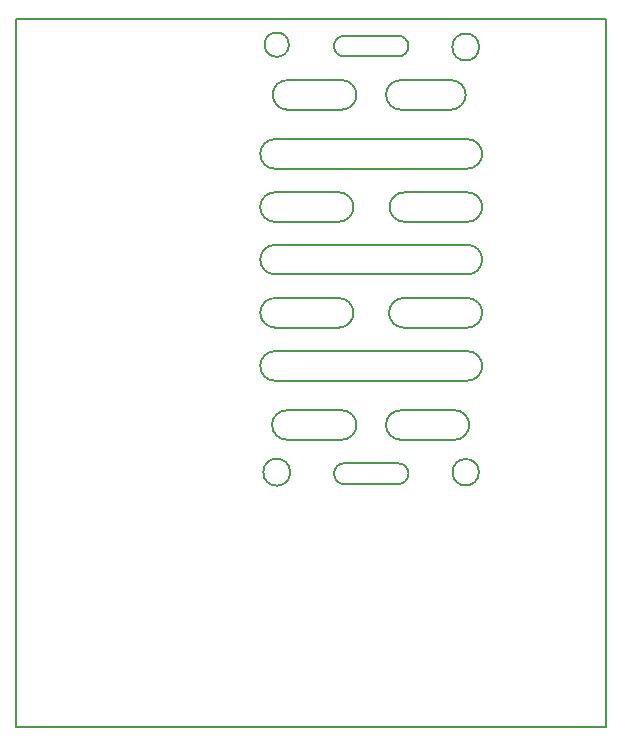
<source format=gbr>
G04 #@! TF.FileFunction,Profile,NP*
%FSLAX46Y46*%
G04 Gerber Fmt 4.6, Leading zero omitted, Abs format (unit mm)*
G04 Created by KiCad (PCBNEW 4.0.6+dfsg1-1) date Sun Jan 28 21:25:43 2018*
%MOMM*%
%LPD*%
G01*
G04 APERTURE LIST*
%ADD10C,0.100000*%
%ADD11C,0.200000*%
%ADD12C,0.150000*%
G04 APERTURE END LIST*
D10*
D11*
X132400000Y-53200000D02*
G75*
G03X133250000Y-52350000I0J850000D01*
G01*
X133250000Y-52300000D02*
G75*
G03X132400000Y-51450000I-850000J0D01*
G01*
X126950000Y-52350000D02*
G75*
G03X127800000Y-53200000I850000J0D01*
G01*
X127800000Y-51450000D02*
G75*
G03X126950000Y-52300000I0J-850000D01*
G01*
X132400000Y-51450000D02*
X127800000Y-51450000D01*
X132400000Y-87650000D02*
X127800000Y-87650000D01*
X132400000Y-89400000D02*
G75*
G03X133250000Y-88550000I0J850000D01*
G01*
X127800000Y-87650000D02*
G75*
G03X126950000Y-88500000I0J-850000D01*
G01*
X133250000Y-88500000D02*
G75*
G03X132400000Y-87650000I-850000J0D01*
G01*
X126950000Y-88550000D02*
G75*
G03X127800000Y-89400000I850000J0D01*
G01*
X132400000Y-89400000D02*
X127800000Y-89400000D01*
X132400000Y-53200000D02*
X127800000Y-53200000D01*
X138400000Y-84400000D02*
G75*
G03X137150000Y-83150000I-1250000J0D01*
G01*
X137150000Y-85650000D02*
G75*
G03X138400000Y-84400000I0J1250000D01*
G01*
X137200000Y-85650000D02*
X132550000Y-85650000D01*
X132600000Y-83150000D02*
X137200000Y-83150000D01*
X131350000Y-84400000D02*
G75*
G03X132600000Y-85650000I1250000J0D01*
G01*
X132650000Y-83150000D02*
G75*
G03X131350000Y-84350000I-50000J-1250000D01*
G01*
X127600000Y-85650000D02*
X122950000Y-85650000D01*
X123000000Y-83150000D02*
X127600000Y-83150000D01*
X127600000Y-85650000D02*
G75*
G03X128850000Y-84400000I0J1250000D01*
G01*
X123050000Y-57700000D02*
X123000000Y-57700000D01*
X132600000Y-57700000D02*
X136850000Y-57700000D01*
X136850000Y-55200000D02*
X132650000Y-55200000D01*
X127600000Y-57700000D02*
X123000000Y-57700000D01*
X123050000Y-55200000D02*
X127600000Y-55200000D01*
X128850000Y-84400000D02*
G75*
G03X127600000Y-83150000I-1250000J0D01*
G01*
X121700000Y-84400000D02*
G75*
G03X122950000Y-85650000I1250000J0D01*
G01*
X123000000Y-83150000D02*
G75*
G03X121700000Y-84350000I-50000J-1250000D01*
G01*
X131350000Y-56450000D02*
G75*
G03X132600000Y-57700000I1250000J0D01*
G01*
X132650000Y-55200000D02*
G75*
G03X131350000Y-56400000I-50000J-1250000D01*
G01*
X127600000Y-57700000D02*
G75*
G03X128850000Y-56450000I0J1250000D01*
G01*
X128850000Y-56450000D02*
G75*
G03X127600000Y-55200000I-1250000J0D01*
G01*
X136850000Y-57700000D02*
G75*
G03X138100000Y-56450000I0J1250000D01*
G01*
X138100000Y-56450000D02*
G75*
G03X136850000Y-55200000I-1250000J0D01*
G01*
X121750000Y-56450000D02*
G75*
G03X123000000Y-57700000I1250000J0D01*
G01*
X123050000Y-55200000D02*
G75*
G03X121750000Y-56400000I-50000J-1250000D01*
G01*
X127350000Y-67200000D02*
G75*
G03X128600000Y-65950000I0J1250000D01*
G01*
X128600000Y-65950000D02*
G75*
G03X127350000Y-64700000I-1250000J0D01*
G01*
X127350000Y-67200000D02*
X121950000Y-67200000D01*
X122000000Y-64700000D02*
X127350000Y-64700000D01*
X120700000Y-65950000D02*
G75*
G03X121950000Y-67200000I1250000J0D01*
G01*
X122000000Y-64700000D02*
G75*
G03X120700000Y-65900000I-50000J-1250000D01*
G01*
X131650000Y-65950000D02*
G75*
G03X132900000Y-67200000I1250000J0D01*
G01*
X132950000Y-64700000D02*
G75*
G03X131650000Y-65900000I-50000J-1250000D01*
G01*
X138250000Y-67200000D02*
G75*
G03X139500000Y-65950000I0J1250000D01*
G01*
X132900000Y-67200000D02*
X138250000Y-67200000D01*
X132950000Y-64700000D02*
X138300000Y-64700000D01*
X138250000Y-78150000D02*
X121950000Y-78150000D01*
X139500000Y-79400000D02*
G75*
G03X138250000Y-78150000I-1250000J0D01*
G01*
X131600000Y-74900000D02*
G75*
G03X132850000Y-76150000I1250000J0D01*
G01*
X132900000Y-73650000D02*
G75*
G03X131600000Y-74850000I-50000J-1250000D01*
G01*
X132900000Y-76150000D02*
X138250000Y-76150000D01*
X132900000Y-73650000D02*
X138250000Y-73650000D01*
X138250000Y-76150000D02*
G75*
G03X139500000Y-74900000I0J1250000D01*
G01*
X139500000Y-74900000D02*
G75*
G03X138250000Y-73650000I-1250000J0D01*
G01*
X127350000Y-76150000D02*
X121950000Y-76150000D01*
X122000000Y-73650000D02*
X127350000Y-73650000D01*
X127350000Y-76150000D02*
G75*
G03X128600000Y-74900000I0J1250000D01*
G01*
X128600000Y-74900000D02*
G75*
G03X127350000Y-73650000I-1250000J0D01*
G01*
X120700000Y-74900000D02*
G75*
G03X121950000Y-76150000I1250000J0D01*
G01*
X122000000Y-73650000D02*
G75*
G03X120700000Y-74850000I-50000J-1250000D01*
G01*
X121950000Y-62700000D02*
X138250000Y-62700000D01*
X138250000Y-60200000D02*
X122000000Y-60200000D01*
X138250000Y-62700000D02*
G75*
G03X139500000Y-61450000I0J1250000D01*
G01*
X139500000Y-61450000D02*
G75*
G03X138250000Y-60200000I-1250000J0D01*
G01*
X120700000Y-61450000D02*
G75*
G03X121950000Y-62700000I1250000J0D01*
G01*
X122000000Y-60200000D02*
G75*
G03X120700000Y-61400000I-50000J-1250000D01*
G01*
X138250000Y-80650000D02*
X121950000Y-80650000D01*
X139500000Y-65950000D02*
G75*
G03X138250000Y-64700000I-1250000J0D01*
G01*
X138250000Y-80650000D02*
G75*
G03X139500000Y-79400000I0J1250000D01*
G01*
X122000000Y-78150000D02*
G75*
G03X120700000Y-79350000I-50000J-1250000D01*
G01*
X120700000Y-79400000D02*
G75*
G03X121950000Y-80650000I1250000J0D01*
G01*
X121950000Y-71650000D02*
X138250000Y-71650000D01*
X138250000Y-69150000D02*
X122000000Y-69150000D01*
X139500000Y-70400000D02*
G75*
G03X138250000Y-69150000I-1250000J0D01*
G01*
X138250000Y-71650000D02*
G75*
G03X139500000Y-70400000I0J1250000D01*
G01*
X122000000Y-69150000D02*
G75*
G03X120700000Y-70350000I-50000J-1250000D01*
G01*
X120700000Y-70400000D02*
G75*
G03X121950000Y-71650000I1250000J0D01*
G01*
D12*
X150000000Y-110000000D02*
X100000000Y-110000000D01*
D11*
X123240175Y-88400000D02*
G75*
G03X123240175Y-88400000I-1140175J0D01*
G01*
X139218034Y-88400000D02*
G75*
G03X139218034Y-88400000I-1118034J0D01*
G01*
X123129563Y-52200000D02*
G75*
G03X123129563Y-52200000I-1029563J0D01*
G01*
X139240175Y-52400000D02*
G75*
G03X139240175Y-52400000I-1140175J0D01*
G01*
D12*
X150000000Y-50000000D02*
X100000000Y-50000000D01*
X150000000Y-110000000D02*
X150000000Y-50000000D01*
X100000000Y-50000000D02*
X100000000Y-110000000D01*
M02*

</source>
